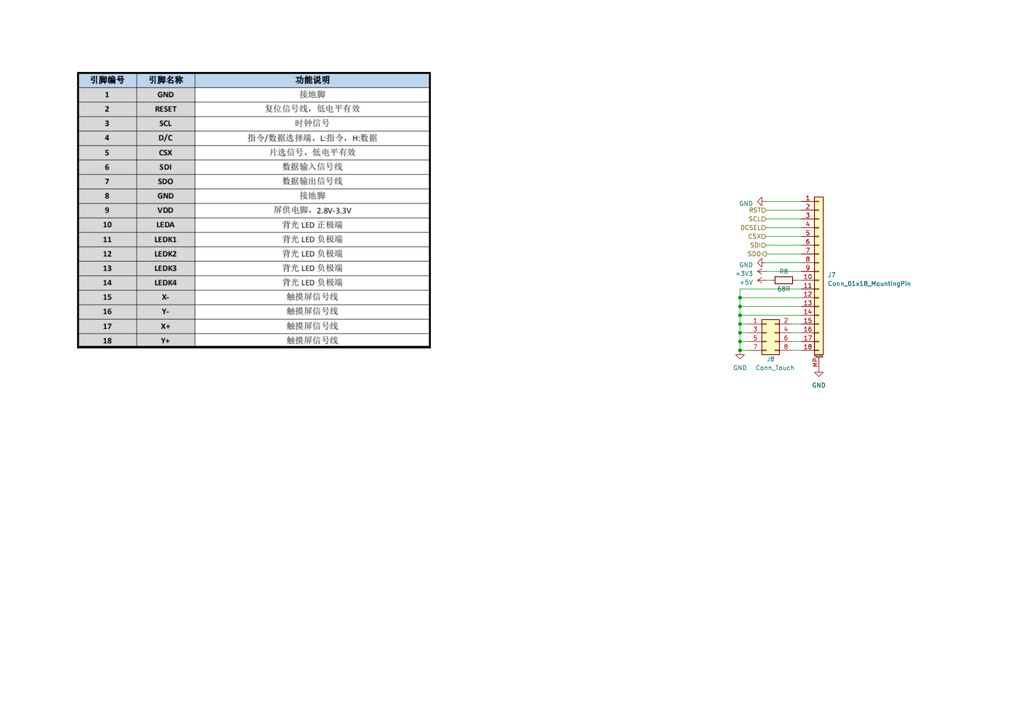
<source format=kicad_sch>
(kicad_sch (version 20230121) (generator eeschema)
  (paper "A4")
  (lib_symbols
    (symbol "Connector_Generic:Conn_02x04_Odd_Even" (pin_names (offset 1.016) hide)
      (property "Reference" "J" (at 1.27 5.08 0))
      (property "Value" "Conn_02x04_Odd_Even" (at 1.27 -7.62 0))
      (symbol "Conn_02x04_Odd_Even_1_1"
        (rectangle (start -1.27 -4.953) (end 0 -5.207) (stroke (width 0.1524)))
        (rectangle (start -1.27 -2.413) (end 0 -2.667) (stroke (width 0.1524)))
        (rectangle (start -1.27 0.127) (end 0 -0.127) (stroke (width 0.1524)))
        (rectangle (start -1.27 2.667) (end 0 2.413) (stroke (width 0.1524)))
        (rectangle (start -1.27 3.81) (end 3.81 -6.35) (stroke (width 0.254)) (fill (type background)))
        (rectangle (start 3.81 -4.953) (end 2.54 -5.207) (stroke (width 0.1524)))
        (rectangle (start 3.81 -2.413) (end 2.54 -2.667) (stroke (width 0.1524)))
        (rectangle (start 3.81 0.127) (end 2.54 -0.127) (stroke (width 0.1524)))
        (rectangle (start 3.81 2.667) (end 2.54 2.413) (stroke (width 0.1524)))
        (pin passive line (at -5.08 2.54 0) (length 3.81) (name "Pin_1") (number "1"))
        (pin passive line (at 7.62 2.54 180) (length 3.81) (name "Pin_2") (number "2"))
        (pin passive line (at -5.08 0 0) (length 3.81) (name "Pin_3") (number "3"))
        (pin passive line (at 7.62 0 180) (length 3.81) (name "Pin_4") (number "4"))
        (pin passive line (at -5.08 -2.54 0) (length 3.81) (name "Pin_5") (number "5"))
        (pin passive line (at 7.62 -2.54 180) (length 3.81) (name "Pin_6") (number "6"))
        (pin passive line (at -5.08 -5.08 0) (length 3.81) (name "Pin_7") (number "7"))
        (pin passive line (at 7.62 -5.08 180) (length 3.81) (name "Pin_8") (number "8"))
      )
    )
    (symbol "Connector_Generic_MountingPin:Conn_01x18_MountingPin" (pin_names (offset 1.016) hide)
      (property "Reference" "J" (at 0 22.86 0))
      (property "Value" "Conn_01x18_MountingPin" (at 1.27 -25.4 0))
      (symbol "Conn_01x18_MountingPin_1_1"
        (rectangle (start -1.27 -22.733) (end 0 -22.987) (stroke (width 0.1524)))
        (rectangle (start -1.27 -20.193) (end 0 -20.447) (stroke (width 0.1524)))
        (rectangle (start -1.27 -17.653) (end 0 -17.907) (stroke (width 0.1524)))
        (rectangle (start -1.27 -15.113) (end 0 -15.367) (stroke (width 0.1524)))
        (rectangle (start -1.27 -12.573) (end 0 -12.827) (stroke (width 0.1524)))
        (rectangle (start -1.27 -10.033) (end 0 -10.287) (stroke (width 0.1524)))
        (rectangle (start -1.27 -7.493) (end 0 -7.747) (stroke (width 0.1524)))
        (rectangle (start -1.27 -4.953) (end 0 -5.207) (stroke (width 0.1524)))
        (rectangle (start -1.27 -2.413) (end 0 -2.667) (stroke (width 0.1524)))
        (rectangle (start -1.27 0.127) (end 0 -0.127) (stroke (width 0.1524)))
        (rectangle (start -1.27 2.667) (end 0 2.413) (stroke (width 0.1524)))
        (rectangle (start -1.27 5.207) (end 0 4.953) (stroke (width 0.1524)))
        (rectangle (start -1.27 7.747) (end 0 7.493) (stroke (width 0.1524)))
        (rectangle (start -1.27 10.287) (end 0 10.033) (stroke (width 0.1524)))
        (rectangle (start -1.27 12.827) (end 0 12.573) (stroke (width 0.1524)))
        (rectangle (start -1.27 15.367) (end 0 15.113) (stroke (width 0.1524)))
        (rectangle (start -1.27 17.907) (end 0 17.653) (stroke (width 0.1524)))
        (rectangle (start -1.27 20.447) (end 0 20.193) (stroke (width 0.1524)))
        (rectangle (start -1.27 21.59) (end 1.27 -24.13) (stroke (width 0.254)) (fill (type background)))
        (polyline (pts (xy -1.016 -24.892) (xy 1.016 -24.892)) (stroke (width 0.1524)))
        (text "Mounting" (at 0 -24.511 0) (effects (font (size 0.381 0.381))))
        (pin passive line (at -5.08 20.32 0) (length 3.81) (name "Pin_1") (number "1"))
        (pin passive line (at -5.08 -2.54 0) (length 3.81) (name "Pin_10") (number "10"))
        (pin passive line (at -5.08 -5.08 0) (length 3.81) (name "Pin_11") (number "11"))
        (pin passive line (at -5.08 -7.62 0) (length 3.81) (name "Pin_12") (number "12"))
        (pin passive line (at -5.08 -10.16 0) (length 3.81) (name "Pin_13") (number "13"))
        (pin passive line (at -5.08 -12.7 0) (length 3.81) (name "Pin_14") (number "14"))
        (pin passive line (at -5.08 -15.24 0) (length 3.81) (name "Pin_15") (number "15"))
        (pin passive line (at -5.08 -17.78 0) (length 3.81) (name "Pin_16") (number "16"))
        (pin passive line (at -5.08 -20.32 0) (length 3.81) (name "Pin_17") (number "17"))
        (pin passive line (at -5.08 -22.86 0) (length 3.81) (name "Pin_18") (number "18"))
        (pin passive line (at -5.08 17.78 0) (length 3.81) (name "Pin_2") (number "2"))
        (pin passive line (at -5.08 15.24 0) (length 3.81) (name "Pin_3") (number "3"))
        (pin passive line (at -5.08 12.7 0) (length 3.81) (name "Pin_4") (number "4"))
        (pin passive line (at -5.08 10.16 0) (length 3.81) (name "Pin_5") (number "5"))
        (pin passive line (at -5.08 7.62 0) (length 3.81) (name "Pin_6") (number "6"))
        (pin passive line (at -5.08 5.08 0) (length 3.81) (name "Pin_7") (number "7"))
        (pin passive line (at -5.08 2.54 0) (length 3.81) (name "Pin_8") (number "8"))
        (pin passive line (at -5.08 0 0) (length 3.81) (name "Pin_9") (number "9"))
        (pin passive line (at 0 -27.94 90) (length 3.048) (name "MountPin") (number "MP"))
      )
    )
    (symbol "Device:R" (pin_numbers hide) (pin_names (offset 0))
      (property "Reference" "R" (at 2.032 0 90))
      (property "Value" "R" (at 0 0 90))
      (symbol "R_0_1"
        (rectangle (start -1.016 -2.54) (end 1.016 2.54) (stroke (width 0.254)))
      )
      (symbol "R_1_1"
        (pin passive line (at 0 3.81 270) (length 1.27) (name "~") (number "1"))
        (pin passive line (at 0 -3.81 90) (length 1.27) (name "~") (number "2"))
      )
    )
    (symbol "power:+3V3" (power) (pin_names (offset 0))
      (property "Value" "+3V3" (at 0 3.556 0))
      (symbol "+3V3_0_1"
        (polyline (pts (xy -0.762 1.27) (xy 0 2.54)))
        (polyline (pts (xy 0 0) (xy 0 2.54)))
        (polyline (pts (xy 0 2.54) (xy 0.762 1.27)))
      )
      (symbol "+3V3_1_1"
        (pin power_in line (at 0 0 90) (length 0) hide (name "+3V3") (number "1"))
      )
    )
    (symbol "power:+5V" (power) (pin_names (offset 0))
      (property "Value" "+5V" (at 0 3.556 0))
      (symbol "+5V_0_1"
        (polyline (pts (xy -0.762 1.27) (xy 0 2.54)))
        (polyline (pts (xy 0 0) (xy 0 2.54)))
        (polyline (pts (xy 0 2.54) (xy 0.762 1.27)))
      )
      (symbol "+5V_1_1"
        (pin power_in line (at 0 0 90) (length 0) hide (name "+5V") (number "1"))
      )
    )
    (symbol "power:GND" (power) (pin_names (offset 0))
      (property "Value" "GND" (at 0 -3.81 0))
      (symbol "GND_0_1"
        (polyline (pts (xy 0 0) (xy 0 -1.27) (xy 1.27 -1.27) (xy 0 -2.54) (xy -1.27 -1.27) (xy 0 -1.27)))
      )
      (symbol "GND_1_1"
        (pin power_in line (at 0 0 270) (length 0) hide (name "GND") (number "1"))
      )
    )
  )
  (junction (at 214.63 93.98))
  (junction (at 214.63 99.06))
  (junction (at 214.63 86.36))
  (junction (at 214.63 101.6))
  (junction (at 214.63 96.52))
  (junction (at 214.63 88.9))
  (junction (at 214.63 91.44))
  (wire (pts (xy 229.87 101.6) (xy 232.41 101.6)))
  (wire (pts (xy 222.25 81.28) (xy 223.52 81.28)))
  (wire (pts (xy 229.87 99.06) (xy 232.41 99.06)))
  (wire (pts (xy 214.63 99.06) (xy 214.63 96.52)))
  (wire (pts (xy 214.63 91.44) (xy 232.41 91.44)))
  (wire (pts (xy 214.63 83.82) (xy 232.41 83.82)))
  (wire (pts (xy 214.63 96.52) (xy 214.63 93.98)))
  (wire (pts (xy 222.25 71.12) (xy 232.41 71.12)))
  (wire (pts (xy 214.63 88.9) (xy 214.63 86.36)))
  (wire (pts (xy 214.63 96.52) (xy 217.17 96.52)))
  (wire (pts (xy 214.63 101.6) (xy 214.63 99.06)))
  (wire (pts (xy 214.63 91.44) (xy 214.63 88.9)))
  (wire (pts (xy 222.25 60.96) (xy 232.41 60.96)))
  (wire (pts (xy 214.63 88.9) (xy 232.41 88.9)))
  (wire (pts (xy 229.87 93.98) (xy 232.41 93.98)))
  (wire (pts (xy 222.25 63.5) (xy 232.41 63.5)))
  (wire (pts (xy 229.87 96.52) (xy 232.41 96.52)))
  (wire (pts (xy 222.25 78.74) (xy 232.41 78.74)))
  (wire (pts (xy 214.63 99.06) (xy 217.17 99.06)))
  (wire (pts (xy 222.25 76.2) (xy 232.41 76.2)))
  (wire (pts (xy 214.63 86.36) (xy 232.41 86.36)))
  (wire (pts (xy 214.63 93.98) (xy 217.17 93.98)))
  (wire (pts (xy 214.63 101.6) (xy 217.17 101.6)))
  (wire (pts (xy 222.25 68.58) (xy 232.41 68.58)))
  (wire (pts (xy 222.25 73.66) (xy 232.41 73.66)))
  (wire (pts (xy 222.25 66.04) (xy 232.41 66.04)))
  (wire (pts (xy 214.63 86.36) (xy 214.63 83.82)))
  (wire (pts (xy 222.25 58.42) (xy 232.41 58.42)))
  (wire (pts (xy 231.14 81.28) (xy 232.41 81.28)))
  (wire (pts (xy 214.63 93.98) (xy 214.63 91.44)))
  (image (at 73.66 60.96))
  (hierarchical_label "DCSEL" (shape input) (at 222.25 66.04 180))
  (hierarchical_label "RST" (shape input) (at 222.25 60.96 180))
  (hierarchical_label "SCL" (shape input) (at 222.25 63.5 180))
  (hierarchical_label "CSX" (shape input) (at 222.25 68.58 180))
  (hierarchical_label "SDO" (shape output) (at 222.25 73.66 180))
  (hierarchical_label "SDI" (shape input) (at 222.25 71.12 180))
  (symbol (lib_id "power:GND") (at 222.25 76.2 270) (unit 1)
    (property "Reference" "#PWR020" (effects hide))
    (property "Value" "GND" (at 218.44 76.835 90) (effects (justify right)))
  )
  (symbol (lib_id "Connector_Generic:Conn_02x04_Odd_Even") (at 222.25 96.52 0) (unit 1)
    (property "Reference" "J8" (at 223.52 104.14 0))
    (property "Value" "Conn_Touch" (at 224.79 106.68 0))
    (property "Footprint" "Connector_PinSocket_2.54mm:PinSocket_2x04_P2.54mm_Vertical" (effects hide))
  )
  (symbol (lib_id "power:GND") (at 214.63 101.6 0) (unit 1)
    (property "Reference" "#PWR017" (effects hide))
    (property "Value" "GND" (at 214.63 106.68 0))
  )
  (symbol (lib_id "power:GND") (at 222.25 58.42 270) (unit 1)
    (property "Reference" "#PWR021" (effects hide))
    (property "Value" "GND" (at 218.44 59.055 90) (effects (justify right)))
  )
  (symbol (lib_id "Connector_Generic_MountingPin:Conn_01x18_MountingPin") (at 237.49 78.74 0) (unit 1)
    (property "Reference" "J7" (at 240.03 79.7306 0) (effects (justify left)))
    (property "Value" "Conn_01x18_MountingPin" (at 240.03 82.2706 0) (effects (justify left)))
    (property "Footprint" "Connector_FFC-FPC:Hirose_FH12-18S-0.5SH_1x18-1MP_P0.50mm_Horizontal" (effects hide))
  )
  (symbol (lib_id "power:GND") (at 237.49 106.68 0) (unit 1)
    (property "Reference" "#PWR026" (effects hide))
    (property "Value" "GND" (at 237.49 111.76 0))
  )
  (symbol (lib_id "Device:R") (at 227.33 81.28 90) (unit 1)
    (property "Reference" "R8" (at 227.33 78.74 90))
    (property "Value" "68R" (at 227.33 83.82 90))
    (property "Footprint" "Resistor_SMD:R_1812_4532Metric" (effects hide))
  )
  (symbol (lib_id "power:+3V3") (at 222.25 78.74 90) (unit 1)
    (property "Reference" "#PWR019" (effects hide))
    (property "Value" "+3V3" (at 218.44 79.375 90) (effects (justify left)))
  )
  (symbol (lib_id "power:+5V") (at 222.25 81.28 90) (unit 1)
    (property "Reference" "#PWR018" (effects hide))
    (property "Value" "+5V" (at 218.44 81.915 90) (effects (justify left)))
  )
)
</source>
